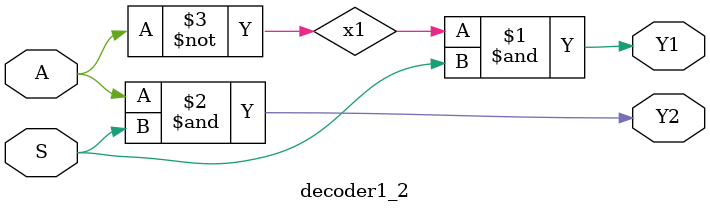
<source format=v>
module decoder1_2(A,S,Y1,Y2);
input A,S;
output Y1,Y2;
wire x1;
not n1(x1,A);
and a1(Y1,x1,S);
and a2(Y2,A,S);
endmodule

</source>
